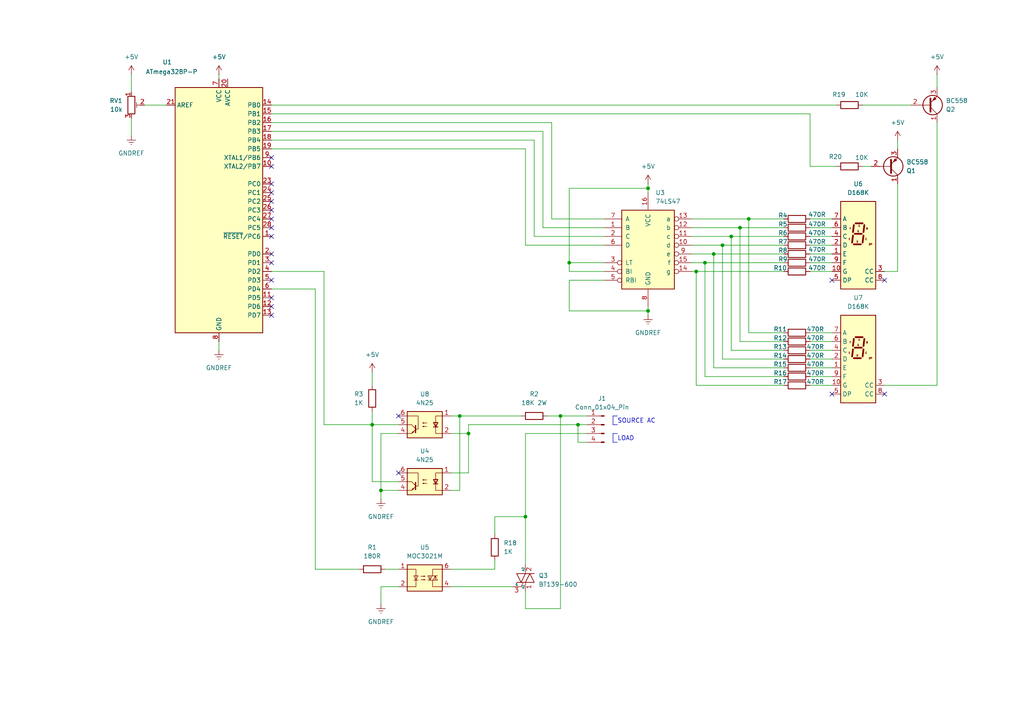
<source format=kicad_sch>
(kicad_sch (version 20250114) (generator "eeschema") (generator_version "9.0")
  (paper "A4")
  (lib_symbols
    (symbol "74xx:74LS47" (pin_names (offset 1.016))
      (property "Reference" "U" (at -7.62 11.43 0))
      (property "Value" "74LS47" (at -7.62 -13.97 0))
      (symbol "74LS47_1_0"
        (pin input line (at -12.7 7.62 0) (length 5.08) (name "A") (number "7"))
        (pin input line (at -12.7 5.08 0) (length 5.08) (name "B") (number "1"))
        (pin input line (at -12.7 2.54 0) (length 5.08) (name "C") (number "2"))
        (pin input line (at -12.7 0 0) (length 5.08) (name "D") (number "6"))
        (pin input inverted (at -12.7 -5.08 0) (length 5.08) (name "LT") (number "3"))
        (pin input inverted (at -12.7 -7.62 0) (length 5.08) (name "BI") (number "4"))
        (pin input inverted (at -12.7 -10.16 0) (length 5.08) (name "RBI") (number "5"))
        (pin power_in line (at 0 15.24 270) (length 5.08) (name "VCC") (number "16"))
        (pin power_in line (at 0 -17.78 90) (length 5.08) (name "GND") (number "8"))
        (pin open_collector inverted (at 12.7 7.62 180) (length 5.08) (name "a") (number "13"))
        (pin open_collector inverted (at 12.7 5.08 180) (length 5.08) (name "b") (number "12"))
        (pin open_collector inverted (at 12.7 2.54 180) (length 5.08) (name "c") (number "11"))
        (pin open_collector inverted (at 12.7 0 180) (length 5.08) (name "d") (number "10"))
        (pin open_collector inverted (at 12.7 -2.54 180) (length 5.08) (name "e") (number "9"))
        (pin open_collector inverted (at 12.7 -5.08 180) (length 5.08) (name "f") (number "15"))
        (pin open_collector inverted (at 12.7 -7.62 180) (length 5.08) (name "g") (number "14"))
      )
      (symbol "74LS47_1_1"
        (rectangle (start -7.62 10.16) (end 7.62 -12.7) (stroke (width 0.254)) (fill (type background)))
      )
    )
    (symbol "Connector:Conn_01x04_Pin" (pin_names (offset 1.016) (hide yes))
      (property "Reference" "J" (at 0 5.08 0))
      (property "Value" "Conn_01x04_Pin" (at 0 -7.62 0))
      (symbol "Conn_01x04_Pin_1_1"
        (rectangle (start 0.8636 2.667) (end 0 2.413) (stroke (width 0.1524)) (fill (type outline)))
        (rectangle (start 0.8636 0.127) (end 0 -0.127) (stroke (width 0.1524)) (fill (type outline)))
        (rectangle (start 0.8636 -2.413) (end 0 -2.667) (stroke (width 0.1524)) (fill (type outline)))
        (rectangle (start 0.8636 -4.953) (end 0 -5.207) (stroke (width 0.1524)) (fill (type outline)))
        (polyline (pts (xy 1.27 2.54) (xy 0.8636 2.54)) (stroke (width 0.1524)))
        (polyline (pts (xy 1.27 0) (xy 0.8636 0)) (stroke (width 0.1524)))
        (polyline (pts (xy 1.27 -2.54) (xy 0.8636 -2.54)) (stroke (width 0.1524)))
        (polyline (pts (xy 1.27 -5.08) (xy 0.8636 -5.08)) (stroke (width 0.1524)))
        (pin passive line (at 5.08 2.54 180) (length 3.81) (name "Pin_1") (number "1"))
        (pin passive line (at 5.08 0 180) (length 3.81) (name "Pin_2") (number "2"))
        (pin passive line (at 5.08 -2.54 180) (length 3.81) (name "Pin_3") (number "3"))
        (pin passive line (at 5.08 -5.08 180) (length 3.81) (name "Pin_4") (number "4"))
      )
    )
    (symbol "Device:R" (pin_numbers (hide yes)) (pin_names (offset 0))
      (property "Reference" "R" (at 2.032 0 90))
      (property "Value" "R" (at 0 0 90))
      (symbol "R_0_1"
        (rectangle (start -1.016 -2.54) (end 1.016 2.54) (stroke (width 0.254)))
      )
      (symbol "R_1_1"
        (pin passive line (at 0 3.81 270) (length 1.27) (name "~") (number "1"))
        (pin passive line (at 0 -3.81 90) (length 1.27) (name "~") (number "2"))
      )
    )
    (symbol "Device:R_Potentiometer_Trim" (pin_names (offset 1.016) (hide yes))
      (property "Reference" "RV" (at -4.445 0 90))
      (property "Value" "R_Potentiometer_Trim" (at -2.54 0 90))
      (symbol "R_Potentiometer_Trim_0_1"
        (rectangle (start 1.016 2.54) (end -1.016 -2.54) (stroke (width 0.254)))
        (polyline (pts (xy 1.524 0.762) (xy 1.524 -0.762)))
        (polyline (pts (xy 2.54 0) (xy 1.524 0)))
      )
      (symbol "R_Potentiometer_Trim_1_1"
        (pin passive line (at 0 3.81 270) (length 1.27) (name "1") (number "1"))
        (pin passive line (at 0 -3.81 90) (length 1.27) (name "3") (number "3"))
        (pin passive line (at 3.81 0 180) (length 1.27) (name "2") (number "2"))
      )
    )
    (symbol "Display_Character:D168K"
      (property "Reference" "U" (at -2.54 13.97 0))
      (property "Value" "D168K" (at 1.27 13.97 0))
      (symbol "D168K_0_0"
        (text "E" (at -2.54 1.778 0) (effects (font (size 0.508 0.508))))
        (text "F" (at -2.286 4.826 0) (effects (font (size 0.508 0.508))))
        (text "D" (at -0.254 1.016 0) (effects (font (size 0.508 0.508))))
        (text "G" (at 0 4.064 0) (effects (font (size 0.508 0.508))))
        (text "A" (at 0.254 5.588 0) (effects (font (size 0.508 0.508))))
        (text "C" (at 2.286 1.778 0) (effects (font (size 0.508 0.508))))
        (text "B" (at 2.54 4.826 0) (effects (font (size 0.508 0.508))))
        (text "DP" (at 3.556 0.254 0) (effects (font (size 0.508 0.508))))
      )
      (symbol "D168K_0_1"
        (rectangle (start -5.08 12.7) (end 5.08 -12.7) (stroke (width 0.254)) (fill (type background)))
        (polyline (pts (xy -1.524 2.794) (xy -1.778 0.762)) (stroke (width 0.508)))
        (polyline (pts (xy -1.27 5.842) (xy -1.524 3.81)) (stroke (width 0.508)))
        (polyline (pts (xy -1.27 0.254) (xy 0.762 0.254)) (stroke (width 0.508)))
        (polyline (pts (xy -1.016 3.302) (xy 1.016 3.302)) (stroke (width 0.508)))
        (polyline (pts (xy -0.762 6.35) (xy 1.27 6.35)) (stroke (width 0.508)))
        (polyline (pts (xy 1.524 2.794) (xy 1.27 0.762)) (stroke (width 0.508)))
        (polyline (pts (xy 1.778 5.842) (xy 1.524 3.81)) (stroke (width 0.508)))
        (polyline (pts (xy 2.54 0.254) (xy 2.54 0.254)) (stroke (width 0.508)))
      )
      (symbol "D168K_1_1"
        (pin input line (at -7.62 7.62 0) (length 2.54) (name "A") (number "7"))
        (pin input line (at -7.62 5.08 0) (length 2.54) (name "B") (number "6"))
        (pin input line (at -7.62 2.54 0) (length 2.54) (name "C") (number "4"))
        (pin input line (at -7.62 0 0) (length 2.54) (name "D") (number "2"))
        (pin input line (at -7.62 -2.54 0) (length 2.54) (name "E") (number "1"))
        (pin input line (at -7.62 -5.08 0) (length 2.54) (name "F") (number "9"))
        (pin input line (at -7.62 -7.62 0) (length 2.54) (name "G") (number "10"))
        (pin input line (at -7.62 -10.16 0) (length 2.54) (name "DP") (number "5"))
        (pin input line (at 7.62 -7.62 180) (length 2.54) (name "CC") (number "3"))
        (pin input line (at 7.62 -10.16 180) (length 2.54) (name "CC") (number "8"))
      )
    )
    (symbol "Isolator:4N25" (pin_names (offset 1.016))
      (property "Reference" "U" (at -5.08 5.08 0))
      (property "Value" "4N25" (at 0 5.08 0))
      (symbol "4N25_0_1"
        (rectangle (start -5.08 3.81) (end 5.08 -3.81) (stroke (width 0.254)) (fill (type background)))
        (polyline (pts (xy -5.08 -2.54) (xy -3.175 -2.54) (xy -3.175 2.54) (xy -5.08 2.54)))
        (polyline (pts (xy -3.81 -0.635) (xy -2.54 -0.635)) (stroke (width 0.254)))
        (polyline (pts (xy -3.175 -0.635) (xy -3.81 0.635) (xy -2.54 0.635) (xy -3.175 -0.635)) (stroke (width 0.254)))
        (polyline (pts (xy -0.635 0.508) (xy 0.635 0.508) (xy 0.254 0.381) (xy 0.254 0.635) (xy 0.635 0.508)))
        (polyline (pts (xy -0.635 -0.508) (xy 0.635 -0.508) (xy 0.254 -0.635) (xy 0.254 -0.381) (xy 0.635 -0.508)))
        (polyline (pts (xy 2.667 -0.254) (xy 2.667 -2.286)) (stroke (width 0.3556)))
        (polyline (pts (xy 2.667 -1.143) (xy 3.81 0)))
        (polyline (pts (xy 2.667 -1.397) (xy 3.81 -2.54)))
        (polyline (pts (xy 3.683 -2.413) (xy 3.429 -1.905) (xy 3.175 -2.159) (xy 3.683 -2.413)))
        (polyline (pts (xy 3.81 0) (xy 5.08 0)))
        (polyline (pts (xy 3.81 -2.54) (xy 5.08 -2.54)))
        (polyline (pts (xy 5.08 2.54) (xy 1.905 2.54) (xy 1.905 -1.27) (xy 2.54 -1.27)))
      )
      (symbol "4N25_1_1"
        (pin passive line (at -7.62 2.54 0) (length 2.54) (name "~") (number "1"))
        (pin passive line (at -7.62 -2.54 0) (length 2.54) (name "~") (number "2"))
        (pin no_connect line (at -5.08 0 0) (length 2.54) (hide yes) (name "NC") (number "3"))
        (pin passive line (at 7.62 2.54 180) (length 2.54) (name "~") (number "6"))
        (pin passive line (at 7.62 0 180) (length 2.54) (name "~") (number "5"))
        (pin passive line (at 7.62 -2.54 180) (length 2.54) (name "~") (number "4"))
      )
    )
    (symbol "MCU_Microchip_ATmega:ATmega328P-P"
      (property "Reference" "U" (at -12.7 36.83 0))
      (property "Value" "ATmega328P-P" (at 2.54 -36.83 0))
      (symbol "ATmega328P-P_0_1"
        (rectangle (start -12.7 -35.56) (end 12.7 35.56) (stroke (width 0.254)) (fill (type background)))
      )
      (symbol "ATmega328P-P_1_1"
        (pin passive line (at -15.24 30.48 0) (length 2.54) (name "AREF") (number "21"))
        (pin power_in line (at 0 38.1 270) (length 2.54) (name "VCC") (number "7"))
        (pin passive line (at 0 -38.1 90) (length 2.54) (hide yes) (name "GND") (number "22"))
        (pin power_in line (at 0 -38.1 90) (length 2.54) (name "GND") (number "8"))
        (pin power_in line (at 2.54 38.1 270) (length 2.54) (name "AVCC") (number "20"))
        (pin bidirectional line (at 15.24 30.48 180) (length 2.54) (name "PB0") (number "14"))
        (pin bidirectional line (at 15.24 27.94 180) (length 2.54) (name "PB1") (number "15"))
        (pin bidirectional line (at 15.24 25.4 180) (length 2.54) (name "PB2") (number "16"))
        (pin bidirectional line (at 15.24 22.86 180) (length 2.54) (name "PB3") (number "17"))
        (pin bidirectional line (at 15.24 20.32 180) (length 2.54) (name "PB4") (number "18"))
        (pin bidirectional line (at 15.24 17.78 180) (length 2.54) (name "PB5") (number "19"))
        (pin bidirectional line (at 15.24 15.24 180) (length 2.54) (name "XTAL1/PB6") (number "9"))
        (pin bidirectional line (at 15.24 12.7 180) (length 2.54) (name "XTAL2/PB7") (number "10"))
        (pin bidirectional line (at 15.24 7.62 180) (length 2.54) (name "PC0") (number "23"))
        (pin bidirectional line (at 15.24 5.08 180) (length 2.54) (name "PC1") (number "24"))
        (pin bidirectional line (at 15.24 2.54 180) (length 2.54) (name "PC2") (number "25"))
        (pin bidirectional line (at 15.24 0 180) (length 2.54) (name "PC3") (number "26"))
        (pin bidirectional line (at 15.24 -2.54 180) (length 2.54) (name "PC4") (number "27"))
        (pin bidirectional line (at 15.24 -5.08 180) (length 2.54) (name "PC5") (number "28"))
        (pin bidirectional line (at 15.24 -7.62 180) (length 2.54) (name "~{RESET}/PC6") (number "1"))
        (pin bidirectional line (at 15.24 -12.7 180) (length 2.54) (name "PD0") (number "2"))
        (pin bidirectional line (at 15.24 -15.24 180) (length 2.54) (name "PD1") (number "3"))
        (pin bidirectional line (at 15.24 -17.78 180) (length 2.54) (name "PD2") (number "4"))
        (pin bidirectional line (at 15.24 -20.32 180) (length 2.54) (name "PD3") (number "5"))
        (pin bidirectional line (at 15.24 -22.86 180) (length 2.54) (name "PD4") (number "6"))
        (pin bidirectional line (at 15.24 -25.4 180) (length 2.54) (name "PD5") (number "11"))
        (pin bidirectional line (at 15.24 -27.94 180) (length 2.54) (name "PD6") (number "12"))
        (pin bidirectional line (at 15.24 -30.48 180) (length 2.54) (name "PD7") (number "13"))
      )
    )
    (symbol "Relay_SolidState:MOC3021M"
      (property "Reference" "U" (at -5.334 4.826 0))
      (property "Value" "MOC3021M" (at 0 5.08 0))
      (symbol "MOC3021M_0_1"
        (rectangle (start -5.08 3.81) (end 5.08 -3.81) (stroke (width 0.254)) (fill (type background)))
        (polyline (pts (xy -5.08 2.54) (xy -2.54 2.54) (xy -2.54 -2.54) (xy -5.08 -2.54)))
        (polyline (pts (xy -3.175 -0.635) (xy -1.905 -0.635)))
        (polyline (pts (xy -2.54 -0.635) (xy -3.175 0.635) (xy -1.905 0.635) (xy -2.54 -0.635)))
        (polyline (pts (xy -1.143 0.508) (xy 0.127 0.508) (xy -0.254 0.381) (xy -0.254 0.635) (xy 0.127 0.508)))
        (polyline (pts (xy -1.143 -0.508) (xy 0.127 -0.508) (xy -0.254 -0.635) (xy -0.254 -0.381) (xy 0.127 -0.508)))
        (polyline (pts (xy 0.889 -0.635) (xy 3.683 -0.635) (xy 3.048 0.635) (xy 2.413 -0.635)))
        (polyline (pts (xy 1.524 -0.635) (xy 1.524 0.635)))
        (polyline (pts (xy 2.286 0.635) (xy 2.286 2.54) (xy 5.08 2.54)))
        (polyline (pts (xy 2.286 -0.635) (xy 2.286 -2.54) (xy 5.08 -2.54)))
        (polyline (pts (xy 3.048 0.635) (xy 3.048 -0.635)))
        (polyline (pts (xy 3.683 0.635) (xy 0.889 0.635) (xy 1.524 -0.635) (xy 2.159 0.635)))
      )
      (symbol "MOC3021M_1_1"
        (pin passive line (at -7.62 2.54 0) (length 2.54) (name "~") (number "1"))
        (pin passive line (at -7.62 -2.54 0) (length 2.54) (name "~") (number "2"))
        (pin no_connect line (at -5.08 0 0) (length 2.54) (hide yes) (name "NC") (number "3"))
        (pin no_connect line (at 5.08 0 180) (length 2.54) (hide yes) (name "NC") (number "5"))
        (pin passive line (at 7.62 2.54 180) (length 2.54) (name "~") (number "6"))
        (pin passive line (at 7.62 -2.54 180) (length 2.54) (name "~") (number "4"))
      )
    )
    (symbol "Transistor_BJT:BC558" (pin_names (offset 0) (hide yes))
      (property "Reference" "Q" (at 5.08 1.905 0))
      (property "Value" "BC558" (at 5.08 0 0))
      (symbol "BC558_0_1"
        (polyline (pts (xy -2.54 0) (xy 0.635 0)))
        (polyline (pts (xy 0.635 1.905) (xy 0.635 -1.905)) (stroke (width 0.508)))
        (polyline (pts (xy 0.635 0.635) (xy 2.54 2.54)))
        (polyline (pts (xy 0.635 -0.635) (xy 2.54 -2.54)))
        (circle (center 1.27 0) (radius 2.8194) (stroke (width 0.254)))
        (polyline (pts (xy 2.286 -1.778) (xy 1.778 -2.286) (xy 1.27 -1.27) (xy 2.286 -1.778)) (fill (type outline)))
      )
      (symbol "BC558_1_1"
        (pin input line (at -5.08 0 0) (length 2.54) (name "B") (number "2"))
        (pin passive line (at 2.54 5.08 270) (length 2.54) (name "C") (number "1"))
        (pin passive line (at 2.54 -5.08 90) (length 2.54) (name "E") (number "3"))
      )
    )
    (symbol "Triac_Thyristor:BT139-600" (pin_names (offset 0))
      (property "Reference" "Q" (at 5.08 1.905 0))
      (property "Value" "BT139-600" (at 5.08 0 0))
      (symbol "BT139-600_0_1"
        (polyline (pts (xy -2.54 1.27) (xy 2.54 1.27)) (stroke (width 0.2032)))
        (polyline (pts (xy -2.54 1.27) (xy -1.27 -1.27) (xy 0 1.27)) (stroke (width 0.2032)))
        (polyline (pts (xy -2.54 -1.27) (xy 2.54 -1.27)) (stroke (width 0.2032)))
        (polyline (pts (xy -1.27 -2.54) (xy -0.635 -1.27)))
        (polyline (pts (xy 0 -1.27) (xy 1.27 1.27) (xy 2.54 -1.27)) (stroke (width 0.2032)))
      )
      (symbol "BT139-600_1_1"
        (pin input line (at -3.81 -2.54 0) (length 2.54) (name "G") (number "3"))
        (pin passive line (at 0 3.81 270) (length 2.54) (name "A2") (number "2"))
        (pin passive line (at 0 -3.81 90) (length 2.54) (name "A1") (number "1"))
      )
    )
    (symbol "power:+5V" (power) (pin_numbers (hide yes)) (pin_names (offset 0) (hide yes))
      (property "Value" "+5V" (at 0 3.556 0))
      (symbol "+5V_0_1"
        (polyline (pts (xy -0.762 1.27) (xy 0 2.54)))
        (polyline (pts (xy 0 2.54) (xy 0.762 1.27)))
        (polyline (pts (xy 0 0) (xy 0 2.54)))
      )
      (symbol "+5V_1_1"
        (pin power_in line (at 0 0 90) (length 0) (name "~") (number "1"))
      )
    )
    (symbol "power:GNDREF" (power) (pin_numbers (hide yes)) (pin_names (offset 0) (hide yes))
      (property "Value" "GNDREF" (at 0 -3.81 0))
      (symbol "GNDREF_0_1"
        (polyline (pts (xy -0.635 -1.905) (xy 0.635 -1.905)))
        (polyline (pts (xy -0.127 -2.54) (xy 0.127 -2.54)))
        (polyline (pts (xy 0 -1.27) (xy 0 0)))
        (polyline (pts (xy 1.27 -1.27) (xy -1.27 -1.27)))
      )
      (symbol "GNDREF_1_1"
        (pin power_in line (at 0 0 270) (length 0) (name "~") (number "1"))
      )
    )
  )
  (text "SOURCE AC" (at 179.07 122.174 0) (effects (font (size 1.27 1.27)) (justify left)))
  (text "LOAD" (at 179.07 127.254 0) (effects (font (size 1.27 1.27)) (justify left)))
  (junction (at 214.63 66.04))
  (junction (at 133.35 120.65))
  (junction (at 110.49 142.24))
  (junction (at 217.17 63.5))
  (junction (at 201.93 78.74))
  (junction (at 187.96 90.17))
  (junction (at 135.89 125.73))
  (junction (at 204.47 76.2))
  (junction (at 207.01 73.66))
  (junction (at 162.56 120.65))
  (junction (at 187.96 54.61))
  (junction (at 107.95 123.19))
  (junction (at 152.4 149.86))
  (junction (at 167.64 123.19))
  (junction (at 165.1 76.2))
  (junction (at 209.55 71.12))
  (junction (at 212.09 68.58))
  (no_connect (at 78.74 53.34))
  (no_connect (at 78.74 45.72))
  (no_connect (at 78.74 73.66))
  (no_connect (at 78.74 60.96))
  (no_connect (at 78.74 68.58))
  (no_connect (at 78.74 58.42))
  (no_connect (at 78.74 63.5))
  (no_connect (at 115.57 120.65))
  (no_connect (at 78.74 81.28))
  (no_connect (at 241.3 81.28))
  (no_connect (at 115.57 137.16))
  (no_connect (at 241.3 114.3))
  (no_connect (at 256.54 81.28))
  (no_connect (at 78.74 88.9))
  (no_connect (at 78.74 48.26))
  (no_connect (at 78.74 86.36))
  (no_connect (at 78.74 55.88))
  (no_connect (at 78.74 76.2))
  (no_connect (at 78.74 91.44))
  (no_connect (at 78.74 66.04))
  (no_connect (at 256.54 114.3))
  (wire (pts (xy 241.3 111.76) (xy 234.95 111.76)))
  (wire (pts (xy 151.13 120.65) (xy 133.35 120.65)))
  (wire (pts (xy 78.74 43.18) (xy 152.4 43.18)))
  (wire (pts (xy 170.18 125.73) (xy 152.4 125.73)))
  (wire (pts (xy 143.51 149.86) (xy 152.4 149.86)))
  (wire (pts (xy 152.4 176.53) (xy 152.4 171.45)))
  (polyline (pts (xy 177.8 120.65) (xy 177.8 123.19)))
  (wire (pts (xy 110.49 125.73) (xy 110.49 142.24)))
  (wire (pts (xy 217.17 63.5) (xy 227.33 63.5)))
  (wire (pts (xy 201.93 78.74) (xy 227.33 78.74)))
  (wire (pts (xy 260.35 53.34) (xy 260.35 78.74)))
  (wire (pts (xy 110.49 142.24) (xy 110.49 144.78)))
  (wire (pts (xy 187.96 53.34) (xy 187.96 54.61)))
  (wire (pts (xy 162.56 176.53) (xy 152.4 176.53)))
  (wire (pts (xy 170.18 120.65) (xy 162.56 120.65)))
  (wire (pts (xy 234.95 66.04) (xy 241.3 66.04)))
  (wire (pts (xy 227.33 109.22) (xy 204.47 109.22)))
  (polyline (pts (xy 179.07 123.19) (xy 177.8 123.19)))
  (wire (pts (xy 135.89 125.73) (xy 130.81 125.73)))
  (wire (pts (xy 154.94 68.58) (xy 175.26 68.58)))
  (wire (pts (xy 38.1 34.29) (xy 38.1 39.37)))
  (wire (pts (xy 93.98 123.19) (xy 107.95 123.19)))
  (polyline (pts (xy 177.8 125.73) (xy 177.8 128.27)))
  (wire (pts (xy 234.95 68.58) (xy 241.3 68.58)))
  (wire (pts (xy 200.66 66.04) (xy 214.63 66.04)))
  (wire (pts (xy 212.09 68.58) (xy 227.33 68.58)))
  (wire (pts (xy 154.94 68.58) (xy 154.94 40.64)))
  (wire (pts (xy 234.95 71.12) (xy 241.3 71.12)))
  (wire (pts (xy 152.4 125.73) (xy 152.4 149.86)))
  (wire (pts (xy 227.33 96.52) (xy 217.17 96.52)))
  (wire (pts (xy 110.49 170.18) (xy 110.49 175.26)))
  (polyline (pts (xy 179.07 128.27) (xy 177.8 128.27)))
  (wire (pts (xy 162.56 120.65) (xy 158.75 120.65)))
  (wire (pts (xy 133.35 142.24) (xy 133.35 120.65)))
  (wire (pts (xy 241.3 104.14) (xy 234.95 104.14)))
  (wire (pts (xy 115.57 170.18) (xy 110.49 170.18)))
  (wire (pts (xy 38.1 21.59) (xy 38.1 26.67)))
  (wire (pts (xy 165.1 90.17) (xy 165.1 81.28)))
  (wire (pts (xy 167.64 123.19) (xy 167.64 128.27)))
  (wire (pts (xy 78.74 83.82) (xy 91.44 83.82)))
  (wire (pts (xy 271.78 21.59) (xy 271.78 25.4)))
  (wire (pts (xy 130.81 165.1) (xy 143.51 165.1)))
  (wire (pts (xy 207.01 73.66) (xy 227.33 73.66)))
  (wire (pts (xy 162.56 120.65) (xy 162.56 176.53)))
  (wire (pts (xy 200.66 63.5) (xy 217.17 63.5)))
  (wire (pts (xy 130.81 142.24) (xy 133.35 142.24)))
  (wire (pts (xy 200.66 71.12) (xy 209.55 71.12)))
  (wire (pts (xy 234.95 48.26) (xy 242.57 48.26)))
  (wire (pts (xy 241.3 109.22) (xy 234.95 109.22)))
  (wire (pts (xy 165.1 54.61) (xy 165.1 76.2)))
  (wire (pts (xy 170.18 128.27) (xy 167.64 128.27)))
  (wire (pts (xy 160.02 63.5) (xy 175.26 63.5)))
  (wire (pts (xy 260.35 40.64) (xy 260.35 43.18)))
  (wire (pts (xy 209.55 71.12) (xy 227.33 71.12)))
  (wire (pts (xy 111.76 165.1) (xy 115.57 165.1)))
  (wire (pts (xy 187.96 88.9) (xy 187.96 90.17)))
  (wire (pts (xy 143.51 154.94) (xy 143.51 149.86)))
  (wire (pts (xy 115.57 125.73) (xy 110.49 125.73)))
  (wire (pts (xy 165.1 78.74) (xy 165.1 76.2)))
  (wire (pts (xy 212.09 101.6) (xy 212.09 68.58)))
  (wire (pts (xy 241.3 96.52) (xy 234.95 96.52)))
  (wire (pts (xy 207.01 106.68) (xy 207.01 73.66)))
  (wire (pts (xy 78.74 33.02) (xy 234.95 33.02)))
  (wire (pts (xy 227.33 101.6) (xy 212.09 101.6)))
  (wire (pts (xy 135.89 123.19) (xy 135.89 125.73)))
  (wire (pts (xy 241.3 99.06) (xy 234.95 99.06)))
  (wire (pts (xy 165.1 76.2) (xy 175.26 76.2)))
  (wire (pts (xy 78.74 78.74) (xy 93.98 78.74)))
  (wire (pts (xy 91.44 83.82) (xy 91.44 165.1)))
  (wire (pts (xy 227.33 106.68) (xy 207.01 106.68)))
  (wire (pts (xy 241.3 106.68) (xy 234.95 106.68)))
  (wire (pts (xy 204.47 109.22) (xy 204.47 76.2)))
  (wire (pts (xy 152.4 43.18) (xy 152.4 71.12)))
  (wire (pts (xy 200.66 78.74) (xy 201.93 78.74)))
  (wire (pts (xy 78.74 30.48) (xy 242.57 30.48)))
  (wire (pts (xy 130.81 170.18) (xy 148.59 170.18)))
  (wire (pts (xy 200.66 73.66) (xy 207.01 73.66)))
  (wire (pts (xy 135.89 125.73) (xy 135.89 137.16)))
  (wire (pts (xy 78.74 38.1) (xy 157.48 38.1)))
  (wire (pts (xy 214.63 99.06) (xy 214.63 66.04)))
  (polyline (pts (xy 179.07 125.73) (xy 177.8 125.73)))
  (wire (pts (xy 115.57 123.19) (xy 107.95 123.19)))
  (wire (pts (xy 187.96 90.17) (xy 187.96 91.44)))
  (wire (pts (xy 250.19 30.48) (xy 264.16 30.48)))
  (wire (pts (xy 204.47 76.2) (xy 227.33 76.2)))
  (wire (pts (xy 160.02 35.56) (xy 160.02 63.5)))
  (wire (pts (xy 152.4 71.12) (xy 175.26 71.12)))
  (wire (pts (xy 165.1 54.61) (xy 187.96 54.61)))
  (wire (pts (xy 227.33 111.76) (xy 201.93 111.76)))
  (wire (pts (xy 93.98 78.74) (xy 93.98 123.19)))
  (wire (pts (xy 165.1 90.17) (xy 187.96 90.17)))
  (wire (pts (xy 260.35 78.74) (xy 256.54 78.74)))
  (wire (pts (xy 152.4 149.86) (xy 152.4 163.83)))
  (wire (pts (xy 217.17 96.52) (xy 217.17 63.5)))
  (wire (pts (xy 157.48 66.04) (xy 175.26 66.04)))
  (wire (pts (xy 167.64 123.19) (xy 135.89 123.19)))
  (wire (pts (xy 91.44 165.1) (xy 104.14 165.1)))
  (wire (pts (xy 143.51 165.1) (xy 143.51 162.56)))
  (wire (pts (xy 200.66 76.2) (xy 204.47 76.2)))
  (wire (pts (xy 209.55 104.14) (xy 209.55 71.12)))
  (wire (pts (xy 157.48 38.1) (xy 157.48 66.04)))
  (wire (pts (xy 78.74 40.64) (xy 154.94 40.64)))
  (wire (pts (xy 200.66 68.58) (xy 212.09 68.58)))
  (wire (pts (xy 130.81 137.16) (xy 135.89 137.16)))
  (wire (pts (xy 234.95 63.5) (xy 241.3 63.5)))
  (wire (pts (xy 201.93 111.76) (xy 201.93 78.74)))
  (wire (pts (xy 234.95 78.74) (xy 241.3 78.74)))
  (wire (pts (xy 107.95 123.19) (xy 107.95 139.7)))
  (wire (pts (xy 227.33 104.14) (xy 209.55 104.14)))
  (wire (pts (xy 165.1 78.74) (xy 175.26 78.74)))
  (wire (pts (xy 234.95 33.02) (xy 234.95 48.26)))
  (wire (pts (xy 107.95 119.38) (xy 107.95 123.19)))
  (wire (pts (xy 107.95 107.95) (xy 107.95 111.76)))
  (polyline (pts (xy 179.07 120.65) (xy 177.8 120.65)))
  (wire (pts (xy 256.54 111.76) (xy 271.78 111.76)))
  (wire (pts (xy 271.78 111.76) (xy 271.78 35.56)))
  (wire (pts (xy 214.63 66.04) (xy 227.33 66.04)))
  (wire (pts (xy 165.1 81.28) (xy 175.26 81.28)))
  (wire (pts (xy 115.57 139.7) (xy 107.95 139.7)))
  (wire (pts (xy 63.5 21.59) (xy 63.5 22.86)))
  (wire (pts (xy 170.18 123.19) (xy 167.64 123.19)))
  (wire (pts (xy 133.35 120.65) (xy 130.81 120.65)))
  (wire (pts (xy 227.33 99.06) (xy 214.63 99.06)))
  (wire (pts (xy 234.95 73.66) (xy 241.3 73.66)))
  (wire (pts (xy 250.19 48.26) (xy 252.73 48.26)))
  (wire (pts (xy 187.96 54.61) (xy 187.96 55.88)))
  (wire (pts (xy 41.91 30.48) (xy 48.26 30.48)))
  (wire (pts (xy 110.49 142.24) (xy 115.57 142.24)))
  (wire (pts (xy 234.95 76.2) (xy 241.3 76.2)))
  (wire (pts (xy 78.74 35.56) (xy 160.02 35.56)))
  (wire (pts (xy 63.5 99.06) (xy 63.5 101.6)))
  (wire (pts (xy 241.3 101.6) (xy 234.95 101.6)))
  (symbol (lib_id "Device:R") (at 154.94 120.65 270) (mirror x) (unit 1)
    (property "Reference" "R2" (at 154.94 114.3 90))
    (property "Value" "18K 2W" (at 154.94 116.84 90))
    (property "Description" "Resistor" (effects (hide yes)))
  )
  (symbol (lib_id "Device:R") (at 246.38 48.26 90) (unit 1)
    (property "Reference" "R20" (at 242.316 45.466 90))
    (property "Value" "10K" (at 249.936 45.72 90))
    (property "Description" "Resistor" (effects (hide yes)))
  )
  (symbol (lib_id "Device:R") (at 231.14 99.06 90) (unit 1)
    (property "Reference" "R12" (at 226.314 98.044 90))
    (property "Value" "470R" (at 236.474 98.044 90))
    (property "Description" "Resistor" (effects (hide yes)))
  )
  (symbol (lib_id "Device:R") (at 231.14 104.14 90) (unit 1)
    (property "Reference" "R14" (at 226.314 103.124 90))
    (property "Value" "470R" (at 236.474 103.124 90))
    (property "Description" "Resistor" (effects (hide yes)))
  )
  (symbol (lib_id "Device:R") (at 107.95 115.57 0) (mirror x) (unit 1)
    (property "Reference" "R3" (at 105.41 114.2999 0) (effects (justify right)))
    (property "Value" "1K" (at 105.41 116.8399 0) (effects (justify right)))
    (property "Description" "Resistor" (effects (hide yes)))
  )
  (symbol (lib_id "power:GNDREF") (at 110.49 175.26 0) (unit 1)
    (property "Reference" "#PWR09" (effects (hide yes)))
    (property "Value" "GNDREF" (at 110.49 180.34 0))
    (property "Description" "Power symbol creates a global label with name \"GNDREF\" , reference supply ground" (effects (hide yes)))
  )
  (symbol (lib_id "power:+5V") (at 187.96 53.34 0) (unit 1)
    (property "Reference" "#PWR04" (effects (hide yes)))
    (property "Value" "+5V" (at 187.96 48.26 0))
    (property "Description" "Power symbol creates a global label with name \"+5V\"" (effects (hide yes)))
  )
  (symbol (lib_id "Connector:Conn_01x04_Pin") (at 175.26 123.19 0) (mirror y) (unit 1)
    (property "Reference" "J1" (at 174.625 115.57 0))
    (property "Value" "Conn_01x04_Pin" (at 174.625 118.11 0))
    (property "Description" "Generic connector, single row, 01x04, script generated" (effects (hide yes)))
  )
  (symbol (lib_id "power:+5V") (at 63.5 21.59 0) (unit 1)
    (property "Reference" "#PWR06" (effects (hide yes)))
    (property "Value" "+5V" (at 63.5 16.51 0))
    (property "Description" "Power symbol creates a global label with name \"+5V\"" (effects (hide yes)))
  )
  (symbol (lib_id "Device:R") (at 246.38 30.48 90) (unit 1)
    (property "Reference" "R19" (at 243.332 27.432 90))
    (property "Value" "10K" (at 249.936 27.432 90))
    (property "Description" "Resistor" (effects (hide yes)))
  )
  (symbol (lib_id "power:GNDREF") (at 63.5 101.6 0) (mirror y) (unit 1)
    (property "Reference" "#PWR011" (effects (hide yes)))
    (property "Value" "GNDREF" (at 63.5 106.68 0))
    (property "Description" "Power symbol creates a global label with name \"GNDREF\" , reference supply ground" (effects (hide yes)))
  )
  (symbol (lib_id "Device:R") (at 231.14 109.22 90) (unit 1)
    (property "Reference" "R16" (at 226.314 108.204 90))
    (property "Value" "470R" (at 236.474 108.204 90))
    (property "Description" "Resistor" (effects (hide yes)))
  )
  (symbol (lib_id "Device:R_Potentiometer_Trim") (at 38.1 30.48 0) (unit 1)
    (property "Reference" "RV1" (at 35.56 29.2099 0) (effects (justify right)))
    (property "Value" "10k" (at 35.56 31.7499 0) (effects (justify right)))
    (property "Description" "Trim-potentiometer" (effects (hide yes)))
  )
  (symbol (lib_id "power:GNDREF") (at 38.1 39.37 0) (unit 1)
    (property "Reference" "#PWR012" (effects (hide yes)))
    (property "Value" "GNDREF" (at 38.1 44.45 0))
    (property "Description" "Power symbol creates a global label with name \"GNDREF\" , reference supply ground" (effects (hide yes)))
  )
  (symbol (lib_id "Isolator:4N25") (at 123.19 123.19 0) (mirror y) (unit 1)
    (property "Reference" "U8" (at 123.19 114.3 0))
    (property "Value" "4N25" (at 123.19 116.84 0))
    (property "Footprint" "Package_DIP:DIP-6_W7.62mm" (effects (hide yes)))
    (property "Datasheet" "https://www.vishay.com/docs/83725/4n25.pdf" (effects (hide yes)))
    (property "Description" "DC Optocoupler Base Connected, Vce 30V, CTR 20%, Viso 2500V, DIP6" (effects (hide yes)))
  )
  (symbol (lib_id "74xx:74LS47") (at 187.96 71.12 0) (unit 1)
    (property "Reference" "U3" (at 190.1033 55.88 0) (effects (justify left)))
    (property "Value" "74LS47" (at 190.1033 58.42 0) (effects (justify left)))
    (property "Datasheet" "http://www.ti.com/lit/gpn/sn74LS47" (effects (hide yes)))
    (property "Description" "BCD to 7-segment Driver, Open Collector, 30V outputs" (effects (hide yes)))
  )
  (symbol (lib_id "Triac_Thyristor:BT139-600") (at 152.4 167.64 0) (unit 1)
    (property "Reference" "Q3" (at 156.21 166.9541 0) (effects (justify left)))
    (property "Value" "BT139-600" (at 156.21 169.4941 0) (effects (justify left)))
    (property "Footprint" "Package_TO_SOT_THT:TO-220-3_Vertical" (effects (hide yes)))
    (property "Datasheet" "https://www.rapidonline.com/pdf/47-3240.pdf" (effects (hide yes)))
    (property "Description" "16A RMS, 600V Off-State Voltage, 4Q Triac, TO-220" (effects (hide yes)))
  )
  (symbol (lib_id "Device:R") (at 231.14 73.66 90) (unit 1)
    (property "Reference" "R8" (at 227.076 72.644 90))
    (property "Value" "470R" (at 236.982 72.39 90))
    (property "Description" "Resistor" (effects (hide yes)))
  )
  (symbol (lib_id "Device:R") (at 143.51 158.75 180) (unit 1)
    (property "Reference" "R18" (at 146.05 157.4799 0) (effects (justify right)))
    (property "Value" "1K" (at 146.05 160.0199 0) (effects (justify right)))
    (property "Description" "Resistor" (effects (hide yes)))
  )
  (symbol (lib_id "Relay_SolidState:MOC3021M") (at 123.19 167.64 0) (unit 1)
    (property "Reference" "U5" (at 123.19 158.75 0))
    (property "Value" "MOC3021M" (at 123.19 161.29 0))
    (property "Datasheet" "https://www.onsemi.com/pub/Collateral/MOC3023M-D.PDF" (effects (hide yes)))
    (property "Description" "Random Phase Opto-Triac, Vdrm 400V, Ift 15mA, DIP6" (effects (hide yes)))
  )
  (symbol (lib_id "Device:R") (at 231.14 96.52 90) (unit 1)
    (property "Reference" "R11" (at 226.314 95.504 90))
    (property "Value" "470R" (at 236.474 95.504 90))
    (property "Description" "Resistor" (effects (hide yes)))
  )
  (symbol (lib_id "Device:R") (at 231.14 71.12 90) (unit 1)
    (property "Reference" "R7" (at 227.076 70.104 90))
    (property "Value" "470R" (at 236.982 70.104 90))
    (property "Description" "Resistor" (effects (hide yes)))
  )
  (symbol (lib_id "Device:R") (at 231.14 78.74 90) (unit 1)
    (property "Reference" "R10" (at 226.314 77.724 90))
    (property "Value" "470R" (at 236.982 77.724 90))
    (property "Description" "Resistor" (effects (hide yes)))
  )
  (symbol (lib_id "Display_Character:D168K") (at 248.92 71.12 0) (unit 1)
    (property "Reference" "U6" (at 248.92 53.34 0))
    (property "Value" "D168K" (at 248.92 55.88 0))
    (property "Footprint" "Display_7Segment:D1X8K" (effects (hide yes)))
    (property "Datasheet" "https://ia800903.us.archive.org/24/items/CTKD1x8K/Cromatek%20D168K.pdf" (effects (hide yes)))
    (property "Description" "One digit 7 segment ultra bright red LED, low current, common cathode" (effects (hide yes)))
  )
  (symbol (lib_id "Device:R") (at 107.95 165.1 90) (unit 1)
    (property "Reference" "R1" (at 107.95 158.75 90))
    (property "Value" "180R" (at 107.95 161.29 90))
    (property "Description" "Resistor" (effects (hide yes)))
  )
  (symbol (lib_id "Device:R") (at 231.14 106.68 90) (unit 1)
    (property "Reference" "R15" (at 226.314 105.664 90))
    (property "Value" "470R" (at 236.474 105.664 90))
    (property "Description" "Resistor" (effects (hide yes)))
  )
  (symbol (lib_id "power:+5V") (at 260.35 40.64 0) (unit 1)
    (property "Reference" "#PWR01" (effects (hide yes)))
    (property "Value" "+5V" (at 260.35 35.56 0))
    (property "Description" "Power symbol creates a global label with name \"+5V\"" (effects (hide yes)))
  )
  (symbol (lib_id "power:+5V") (at 38.1 21.59 0) (unit 1)
    (property "Reference" "#PWR010" (effects (hide yes)))
    (property "Value" "+5V" (at 38.1 16.51 0))
    (property "Description" "Power symbol creates a global label with name \"+5V\"" (effects (hide yes)))
  )
  (symbol (lib_id "Device:R") (at 231.14 111.76 90) (unit 1)
    (property "Reference" "R17" (at 226.314 110.744 90))
    (property "Value" "470R" (at 236.474 110.744 90))
    (property "Description" "Resistor" (effects (hide yes)))
  )
  (symbol (lib_id "Transistor_BJT:BC558") (at 257.81 48.26 0) (mirror x) (unit 1)
    (property "Reference" "Q1" (at 262.89 49.5301 0) (effects (justify left)))
    (property "Value" "BC558" (at 262.89 46.9901 0) (effects (justify left)))
    (property "Footprint" "Package_TO_SOT_THT:TO-92_Inline" (effects (hide yes)))
    (property "Datasheet" "https://www.onsemi.com/pub/Collateral/BC556BTA-D.pdf" (effects (hide yes)))
    (property "Description" "0.1A Ic, 30V Vce, PNP Small Signal Transistor, TO-92" (effects (hide yes)))
  )
  (symbol (lib_id "power:+5V") (at 107.95 107.95 0) (mirror y) (unit 1)
    (property "Reference" "#PWR07" (effects (hide yes)))
    (property "Value" "+5V" (at 107.95 102.87 0))
    (property "Description" "Power symbol creates a global label with name \"+5V\"" (effects (hide yes)))
  )
  (symbol (lib_id "power:GNDREF") (at 110.49 144.78 0) (mirror y) (unit 1)
    (property "Reference" "#PWR08" (effects (hide yes)))
    (property "Value" "GNDREF" (at 110.49 149.86 0))
    (property "Description" "Power symbol creates a global label with name \"GNDREF\" , reference supply ground" (effects (hide yes)))
  )
  (symbol (lib_id "Device:R") (at 231.14 68.58 90) (unit 1)
    (property "Reference" "R6" (at 227.076 67.564 90))
    (property "Value" "470R" (at 236.982 67.564 90))
    (property "Description" "Resistor" (effects (hide yes)))
  )
  (symbol (lib_id "Device:R") (at 231.14 66.04 90) (unit 1)
    (property "Reference" "R5" (at 227.076 65.024 90))
    (property "Value" "470R" (at 236.982 65.024 90))
    (property "Description" "Resistor" (effects (hide yes)))
  )
  (symbol (lib_id "Device:R") (at 231.14 63.5 90) (unit 1)
    (property "Reference" "R4" (at 227.076 62.484 90))
    (property "Value" "470R" (at 236.982 62.23 90))
    (property "Description" "Resistor" (effects (hide yes)))
  )
  (symbol (lib_id "MCU_Microchip_ATmega:ATmega328P-P") (at 63.5 60.96 0) (unit 1)
    (property "Reference" "U1" (at 48.514 18.034 0))
    (property "Value" "ATmega328P-P" (at 49.784 20.828 0))
    (property "Footprint" "Package_DIP:DIP-28_W7.62mm" (effects (hide yes)))
    (property "Datasheet" "http://ww1.microchip.com/downloads/en/DeviceDoc/ATmega328_P%20AVR%20MCU%20with%20picoPower%20Technology%20Data%20Sheet%2040001984A.pdf" (effects (hide yes)))
    (property "Description" "20MHz, 32kB Flash, 2kB SRAM, 1kB EEPROM, DIP-28" (effects (hide yes)))
  )
  (symbol (lib_id "Device:R") (at 231.14 101.6 90) (unit 1)
    (property "Reference" "R13" (at 226.314 100.584 90))
    (property "Value" "470R" (at 236.474 100.584 90))
    (property "Description" "Resistor" (effects (hide yes)))
  )
  (symbol (lib_id "Device:R") (at 231.14 76.2 90) (unit 1)
    (property "Reference" "R9" (at 227.076 75.184 90))
    (property "Value" "470R" (at 236.982 75.184 90))
    (property "Description" "Resistor" (effects (hide yes)))
  )
  (symbol (lib_id "power:GNDREF") (at 187.96 91.44 0) (unit 1)
    (property "Reference" "#PWR05" (effects (hide yes)))
    (property "Value" "GNDREF" (at 187.96 96.52 0))
    (property "Description" "Power symbol creates a global label with name \"GNDREF\" , reference supply ground" (effects (hide yes)))
  )
  (symbol (lib_id "power:+5V") (at 271.78 21.59 0) (unit 1)
    (property "Reference" "#PWR03" (effects (hide yes)))
    (property "Value" "+5V" (at 271.78 16.51 0))
    (property "Description" "Power symbol creates a global label with name \"+5V\"" (effects (hide yes)))
  )
  (symbol (lib_id "Transistor_BJT:BC558") (at 269.24 30.48 0) (mirror x) (unit 1)
    (property "Reference" "Q2" (at 274.32 31.7501 0) (effects (justify left)))
    (property "Value" "BC558" (at 274.32 29.2101 0) (effects (justify left)))
    (property "Footprint" "Package_TO_SOT_THT:TO-92_Inline" (effects (hide yes)))
    (property "Datasheet" "https://www.onsemi.com/pub/Collateral/BC556BTA-D.pdf" (effects (hide yes)))
    (property "Description" "0.1A Ic, 30V Vce, PNP Small Signal Transistor, TO-92" (effects (hide yes)))
  )
  (symbol (lib_id "Display_Character:D168K") (at 248.92 104.14 0) (unit 1)
    (property "Reference" "U7" (at 248.92 86.36 0))
    (property "Value" "D168K" (at 248.92 88.9 0))
    (property "Footprint" "Display_7Segment:D1X8K" (effects (hide yes)))
    (property "Datasheet" "https://ia800903.us.archive.org/24/items/CTKD1x8K/Cromatek%20D168K.pdf" (effects (hide yes)))
    (property "Description" "One digit 7 segment ultra bright red LED, low current, common cathode" (effects (hide yes)))
  )
  (symbol (lib_id "Isolator:4N25") (at 123.19 139.7 0) (mirror y) (unit 1)
    (property "Reference" "U4" (at 123.19 130.81 0))
    (property "Value" "4N25" (at 123.19 133.35 0))
    (property "Footprint" "Package_DIP:DIP-6_W7.62mm" (effects (hide yes)))
    (property "Datasheet" "https://www.vishay.com/docs/83725/4n25.pdf" (effects (hide yes)))
    (property "Description" "DC Optocoupler Base Connected, Vce 30V, CTR 20%, Viso 2500V, DIP6" (effects (hide yes)))
  )
)
</source>
